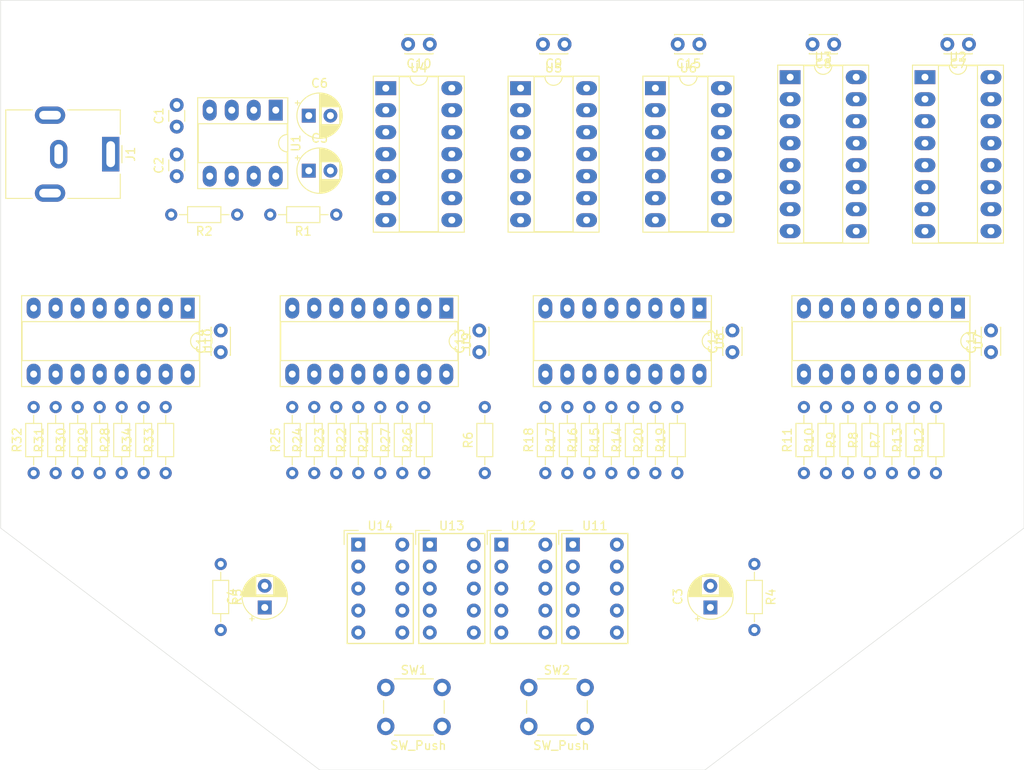
<source format=kicad_pcb>
(kicad_pcb (version 20171130) (host pcbnew 5.1.7-a382d34a8~87~ubuntu20.04.1)
  (layers (0 F.Cu signal hide) (31 B.Cu signal) (35 F.Paste user hide) (37 F.SilkS user hide) (38 B.Mask user hide) (39 F.Mask user hide) (44 Edge.Cuts user))
  (net 0 "")
  (net 1 Earth)
  (net 2 "Net-(C1-Pad1)")
  (net 3 "Net-(C2-Pad1)")
  (net 4 "Net-(C3-Pad1)")
  (net 5 "Net-(C4-Pad1)")
  (net 6 VCC)
  (net 7 "Net-(R1-Pad2)")
  (net 8 /driver-displays/DP)
  (net 9 "Net-(R7-Pad2)")
  (net 10 "Net-(R7-Pad1)")
  (net 11 "Net-(R8-Pad2)")
  (net 12 "Net-(R8-Pad1)")
  (net 13 "Net-(R9-Pad2)")
  (net 14 "Net-(R9-Pad1)")
  (net 15 "Net-(R10-Pad2)")
  (net 16 "Net-(R10-Pad1)")
  (net 17 "Net-(R11-Pad2)")
  (net 18 "Net-(R11-Pad1)")
  (net 19 "Net-(R12-Pad2)")
  (net 20 "Net-(R12-Pad1)")
  (net 21 "Net-(R13-Pad2)")
  (net 22 "Net-(R13-Pad1)")
  (net 23 "Net-(R14-Pad2)")
  (net 24 "Net-(R14-Pad1)")
  (net 25 "Net-(R15-Pad2)")
  (net 26 "Net-(R15-Pad1)")
  (net 27 "Net-(R16-Pad2)")
  (net 28 "Net-(R16-Pad1)")
  (net 29 "Net-(R17-Pad2)")
  (net 30 "Net-(R17-Pad1)")
  (net 31 "Net-(R18-Pad2)")
  (net 32 "Net-(R18-Pad1)")
  (net 33 "Net-(R19-Pad2)")
  (net 34 "Net-(R19-Pad1)")
  (net 35 "Net-(R20-Pad2)")
  (net 36 "Net-(R20-Pad1)")
  (net 37 "Net-(R21-Pad2)")
  (net 38 "Net-(R21-Pad1)")
  (net 39 "Net-(R22-Pad2)")
  (net 40 "Net-(R22-Pad1)")
  (net 41 "Net-(R23-Pad2)")
  (net 42 "Net-(R23-Pad1)")
  (net 43 "Net-(R24-Pad2)")
  (net 44 "Net-(R24-Pad1)")
  (net 45 "Net-(R25-Pad2)")
  (net 46 "Net-(R25-Pad1)")
  (net 47 "Net-(R26-Pad2)")
  (net 48 "Net-(R26-Pad1)")
  (net 49 "Net-(R27-Pad2)")
  (net 50 "Net-(R27-Pad1)")
  (net 51 "Net-(R28-Pad2)")
  (net 52 "Net-(R28-Pad1)")
  (net 53 "Net-(R29-Pad2)")
  (net 54 "Net-(R29-Pad1)")
  (net 55 "Net-(R30-Pad2)")
  (net 56 "Net-(R30-Pad1)")
  (net 57 "Net-(R31-Pad2)")
  (net 58 "Net-(R31-Pad1)")
  (net 59 "Net-(R32-Pad2)")
  (net 60 "Net-(R32-Pad1)")
  (net 61 "Net-(R33-Pad2)")
  (net 62 "Net-(R33-Pad1)")
  (net 63 "Net-(R34-Pad2)")
  (net 64 "Net-(R34-Pad1)")
  (net 65 ck)
  (net 66 MR)
  (net 67 /M3)
  (net 68 /DS3)
  (net 69 /M2)
  (net 70 /DS2)
  (net 71 /M1)
  (net 72 /DS1)
  (net 73 /M0)
  (net 74 /DS0)
  (net 75 /Sd2)
  (net 76 /hab_cont)
  (net 77 /clr_seg)
  (net 78 /Su3)
  (net 79 /Su2)
  (net 80 /Sd1)
  (net 81 /Su1)
  (net 82 /Sd0)
  (net 83 /Su0)
  (net 84 "Net-(U4-Pad13)")
  (net 85 ~MR)
  (net 86 "Net-(U5-Pad3)")
  (module Package_DIP:DIP-16_W7.62mm_Socket_LongPads (layer F.Cu) (at 218.122497 31.75)
    (fp_text reference U3 (at 3.81 -2.33) (layer F.SilkS))
    (fp_text value 74HC4518)
    (pad 16 thru_hole oval (at 7.62 0) (size 2.4 1.6) (drill 0.8) (layers *.Cu *.Mask) (net 6 VCC))
    (pad 8 thru_hole oval (at 0 17.78) (size 2.4 1.6) (drill 0.8) (layers *.Cu *.Mask) (net 1 Earth))
    (pad 15 thru_hole oval (at 7.62 2.54) (size 2.4 1.6) (drill 0.8) (layers *.Cu *.Mask) (net 66 MR))
    (pad 7 thru_hole oval (at 0 15.24) (size 2.4 1.6) (drill 0.8) (layers *.Cu *.Mask) (net 77 /clr_seg))
    (pad 14 thru_hole oval (at 7.62 5.08) (size 2.4 1.6) (drill 0.8) (layers *.Cu *.Mask) (net 67 /M3))
    (pad 6 thru_hole oval (at 0 12.7) (size 2.4 1.6) (drill 0.8) (layers *.Cu *.Mask))
    (pad 13 thru_hole oval (at 7.62 7.62) (size 2.4 1.6) (drill 0.8) (layers *.Cu *.Mask) (net 69 /M2))
    (pad 5 thru_hole oval (at 0 10.16) (size 2.4 1.6) (drill 0.8) (layers *.Cu *.Mask) (net 75 /Sd2))
    (pad 12 thru_hole oval (at 7.62 10.16) (size 2.4 1.6) (drill 0.8) (layers *.Cu *.Mask) (net 71 /M1))
    (pad 4 thru_hole oval (at 0 7.62) (size 2.4 1.6) (drill 0.8) (layers *.Cu *.Mask) (net 80 /Sd1))
    (pad 11 thru_hole oval (at 7.62 12.7) (size 2.4 1.6) (drill 0.8) (layers *.Cu *.Mask) (net 73 /M0))
    (pad 3 thru_hole oval (at 0 5.08) (size 2.4 1.6) (drill 0.8) (layers *.Cu *.Mask) (net 82 /Sd0))
    (pad 10 thru_hole oval (at 7.62 15.24) (size 2.4 1.6) (drill 0.8) (layers *.Cu *.Mask) (net 75 /Sd2))
    (pad 2 thru_hole oval (at 0 2.54) (size 2.4 1.6) (drill 0.8) (layers *.Cu *.Mask) (net 78 /Su3))
    (pad 9 thru_hole oval (at 7.62 17.78) (size 2.4 1.6) (drill 0.8) (layers *.Cu *.Mask) (net 1 Earth))
    (pad 1 thru_hole rect (at 0 0) (size 2.4 1.6) (drill 0.8) (layers *.Cu *.Mask) (net 1 Earth))
  )
  (module Display_7Segment:HDSP-7801 (layer F.Cu) (at 168.275 85.725)
    (fp_text reference U14 (at 2.54 -2.159) (layer F.SilkS))
    (fp_text value HDSP-7803)
    (pad 10 thru_hole circle (at 5.08 0) (size 1.6 1.6) (drill 0.8) (layers *.Cu *.Mask) (net 52 "Net-(R28-Pad1)"))
    (pad 9 thru_hole circle (at 5.08 2.54) (size 1.6 1.6) (drill 0.8) (layers *.Cu *.Mask) (net 54 "Net-(R29-Pad1)"))
    (pad 8 thru_hole circle (at 5.08 5.08) (size 1.6 1.6) (drill 0.8) (layers *.Cu *.Mask) (net 56 "Net-(R30-Pad1)"))
    (pad 7 thru_hole circle (at 5.08 7.62) (size 1.6 1.6) (drill 0.8) (layers *.Cu *.Mask) (net 8 /driver-displays/DP))
    (pad 6 thru_hole circle (at 5.08 10.16) (size 1.6 1.6) (drill 0.8) (layers *.Cu *.Mask) (net 1 Earth))
    (pad 5 thru_hole circle (at 0 10.16) (size 1.6 1.6) (drill 0.8) (layers *.Cu *.Mask) (net 58 "Net-(R31-Pad1)"))
    (pad 4 thru_hole circle (at 0 7.62) (size 1.6 1.6) (drill 0.8) (layers *.Cu *.Mask) (net 60 "Net-(R32-Pad1)"))
    (pad 3 thru_hole circle (at 0 5.08) (size 1.6 1.6) (drill 0.8) (layers *.Cu *.Mask) (net 64 "Net-(R34-Pad1)"))
    (pad 2 thru_hole circle (at 0 2.54) (size 1.6 1.6) (drill 0.8) (layers *.Cu *.Mask) (net 62 "Net-(R33-Pad1)"))
    (pad 1 thru_hole rect (at 0 0) (size 1.6 1.6) (drill 0.8) (layers *.Cu *.Mask) (net 1 Earth))
  )
  (module Display_7Segment:HDSP-7801 (layer F.Cu) (at 176.53 85.725)
    (fp_text reference U13 (at 2.54 -2.159) (layer F.SilkS))
    (fp_text value HDSP-7803)
    (pad 10 thru_hole circle (at 5.08 0) (size 1.6 1.6) (drill 0.8) (layers *.Cu *.Mask) (net 38 "Net-(R21-Pad1)"))
    (pad 9 thru_hole circle (at 5.08 2.54) (size 1.6 1.6) (drill 0.8) (layers *.Cu *.Mask) (net 40 "Net-(R22-Pad1)"))
    (pad 8 thru_hole circle (at 5.08 5.08) (size 1.6 1.6) (drill 0.8) (layers *.Cu *.Mask) (net 42 "Net-(R23-Pad1)"))
    (pad 7 thru_hole circle (at 5.08 7.62) (size 1.6 1.6) (drill 0.8) (layers *.Cu *.Mask) (net 1 Earth))
    (pad 6 thru_hole circle (at 5.08 10.16) (size 1.6 1.6) (drill 0.8) (layers *.Cu *.Mask) (net 1 Earth))
    (pad 5 thru_hole circle (at 0 10.16) (size 1.6 1.6) (drill 0.8) (layers *.Cu *.Mask) (net 44 "Net-(R24-Pad1)"))
    (pad 4 thru_hole circle (at 0 7.62) (size 1.6 1.6) (drill 0.8) (layers *.Cu *.Mask) (net 46 "Net-(R25-Pad1)"))
    (pad 3 thru_hole circle (at 0 5.08) (size 1.6 1.6) (drill 0.8) (layers *.Cu *.Mask) (net 50 "Net-(R27-Pad1)"))
    (pad 2 thru_hole circle (at 0 2.54) (size 1.6 1.6) (drill 0.8) (layers *.Cu *.Mask) (net 48 "Net-(R26-Pad1)"))
    (pad 1 thru_hole rect (at 0 0) (size 1.6 1.6) (drill 0.8) (layers *.Cu *.Mask) (net 1 Earth))
  )
  (module Display_7Segment:HDSP-7801 (layer F.Cu) (at 184.785 85.725)
    (fp_text reference U12 (at 2.54 -2.159) (layer F.SilkS))
    (fp_text value HDSP-7803)
    (pad 10 thru_hole circle (at 5.08 0) (size 1.6 1.6) (drill 0.8) (layers *.Cu *.Mask) (net 24 "Net-(R14-Pad1)"))
    (pad 9 thru_hole circle (at 5.08 2.54) (size 1.6 1.6) (drill 0.8) (layers *.Cu *.Mask) (net 26 "Net-(R15-Pad1)"))
    (pad 8 thru_hole circle (at 5.08 5.08) (size 1.6 1.6) (drill 0.8) (layers *.Cu *.Mask) (net 28 "Net-(R16-Pad1)"))
    (pad 7 thru_hole circle (at 5.08 7.62) (size 1.6 1.6) (drill 0.8) (layers *.Cu *.Mask) (net 8 /driver-displays/DP))
    (pad 6 thru_hole circle (at 5.08 10.16) (size 1.6 1.6) (drill 0.8) (layers *.Cu *.Mask) (net 1 Earth))
    (pad 5 thru_hole circle (at 0 10.16) (size 1.6 1.6) (drill 0.8) (layers *.Cu *.Mask) (net 30 "Net-(R17-Pad1)"))
    (pad 4 thru_hole circle (at 0 7.62) (size 1.6 1.6) (drill 0.8) (layers *.Cu *.Mask) (net 32 "Net-(R18-Pad1)"))
    (pad 3 thru_hole circle (at 0 5.08) (size 1.6 1.6) (drill 0.8) (layers *.Cu *.Mask) (net 36 "Net-(R20-Pad1)"))
    (pad 2 thru_hole circle (at 0 2.54) (size 1.6 1.6) (drill 0.8) (layers *.Cu *.Mask) (net 34 "Net-(R19-Pad1)"))
    (pad 1 thru_hole rect (at 0 0) (size 1.6 1.6) (drill 0.8) (layers *.Cu *.Mask) (net 1 Earth))
  )
  (module Display_7Segment:HDSP-7801 (layer F.Cu) (at 193.04 85.725)
    (fp_text reference U11 (at 2.54 -2.159) (layer F.SilkS))
    (fp_text value HDSP-7803)
    (pad 10 thru_hole circle (at 5.08 0) (size 1.6 1.6) (drill 0.8) (layers *.Cu *.Mask) (net 10 "Net-(R7-Pad1)"))
    (pad 9 thru_hole circle (at 5.08 2.54) (size 1.6 1.6) (drill 0.8) (layers *.Cu *.Mask) (net 12 "Net-(R8-Pad1)"))
    (pad 8 thru_hole circle (at 5.08 5.08) (size 1.6 1.6) (drill 0.8) (layers *.Cu *.Mask) (net 14 "Net-(R9-Pad1)"))
    (pad 7 thru_hole circle (at 5.08 7.62) (size 1.6 1.6) (drill 0.8) (layers *.Cu *.Mask) (net 1 Earth))
    (pad 6 thru_hole circle (at 5.08 10.16) (size 1.6 1.6) (drill 0.8) (layers *.Cu *.Mask) (net 1 Earth))
    (pad 5 thru_hole circle (at 0 10.16) (size 1.6 1.6) (drill 0.8) (layers *.Cu *.Mask) (net 16 "Net-(R10-Pad1)"))
    (pad 4 thru_hole circle (at 0 7.62) (size 1.6 1.6) (drill 0.8) (layers *.Cu *.Mask) (net 18 "Net-(R11-Pad1)"))
    (pad 3 thru_hole circle (at 0 5.08) (size 1.6 1.6) (drill 0.8) (layers *.Cu *.Mask) (net 22 "Net-(R13-Pad1)"))
    (pad 2 thru_hole circle (at 0 2.54) (size 1.6 1.6) (drill 0.8) (layers *.Cu *.Mask) (net 20 "Net-(R12-Pad1)"))
    (pad 1 thru_hole rect (at 0 0) (size 1.6 1.6) (drill 0.8) (layers *.Cu *.Mask) (net 1 Earth))
  )
  (module Package_DIP:DIP-16_W7.62mm_Socket_LongPads (layer F.Cu) (at 148.59 58.42 270)
    (fp_text reference U10 (at 3.81 -2.33 90) (layer F.SilkS))
    (fp_text value CD4511BNSR)
    (pad 16 thru_hole oval (at 7.62 0 270) (size 2.4 1.6) (drill 0.8) (layers *.Cu *.Mask) (net 6 VCC))
    (pad 8 thru_hole oval (at 0 17.78 270) (size 2.4 1.6) (drill 0.8) (layers *.Cu *.Mask) (net 1 Earth))
    (pad 15 thru_hole oval (at 7.62 2.54 270) (size 2.4 1.6) (drill 0.8) (layers *.Cu *.Mask) (net 61 "Net-(R33-Pad2)"))
    (pad 7 thru_hole oval (at 0 15.24 270) (size 2.4 1.6) (drill 0.8) (layers *.Cu *.Mask) (net 73 /M0))
    (pad 14 thru_hole oval (at 7.62 5.08 270) (size 2.4 1.6) (drill 0.8) (layers *.Cu *.Mask) (net 63 "Net-(R34-Pad2)"))
    (pad 6 thru_hole oval (at 0 12.7 270) (size 2.4 1.6) (drill 0.8) (layers *.Cu *.Mask) (net 67 /M3))
    (pad 13 thru_hole oval (at 7.62 7.62 270) (size 2.4 1.6) (drill 0.8) (layers *.Cu *.Mask) (net 51 "Net-(R28-Pad2)"))
    (pad 5 thru_hole oval (at 0 10.16 270) (size 2.4 1.6) (drill 0.8) (layers *.Cu *.Mask) (net 1 Earth))
    (pad 12 thru_hole oval (at 7.62 10.16 270) (size 2.4 1.6) (drill 0.8) (layers *.Cu *.Mask) (net 53 "Net-(R29-Pad2)"))
    (pad 4 thru_hole oval (at 0 7.62 270) (size 2.4 1.6) (drill 0.8) (layers *.Cu *.Mask) (net 6 VCC))
    (pad 11 thru_hole oval (at 7.62 12.7 270) (size 2.4 1.6) (drill 0.8) (layers *.Cu *.Mask) (net 55 "Net-(R30-Pad2)"))
    (pad 3 thru_hole oval (at 0 5.08 270) (size 2.4 1.6) (drill 0.8) (layers *.Cu *.Mask) (net 6 VCC))
    (pad 10 thru_hole oval (at 7.62 15.24 270) (size 2.4 1.6) (drill 0.8) (layers *.Cu *.Mask) (net 57 "Net-(R31-Pad2)"))
    (pad 2 thru_hole oval (at 0 2.54 270) (size 2.4 1.6) (drill 0.8) (layers *.Cu *.Mask) (net 69 /M2))
    (pad 9 thru_hole oval (at 7.62 17.78 270) (size 2.4 1.6) (drill 0.8) (layers *.Cu *.Mask) (net 59 "Net-(R32-Pad2)"))
    (pad 1 thru_hole rect (at 0 0 270) (size 2.4 1.6) (drill 0.8) (layers *.Cu *.Mask) (net 71 /M1))
  )
  (module Package_DIP:DIP-16_W7.62mm_Socket_LongPads (layer F.Cu) (at 178.435 58.42 270)
    (fp_text reference U9 (at 3.81 -2.33 90) (layer F.SilkS))
    (fp_text value CD4511BNSR)
    (pad 16 thru_hole oval (at 7.62 0 270) (size 2.4 1.6) (drill 0.8) (layers *.Cu *.Mask) (net 6 VCC))
    (pad 8 thru_hole oval (at 0 17.78 270) (size 2.4 1.6) (drill 0.8) (layers *.Cu *.Mask) (net 1 Earth))
    (pad 15 thru_hole oval (at 7.62 2.54 270) (size 2.4 1.6) (drill 0.8) (layers *.Cu *.Mask) (net 47 "Net-(R26-Pad2)"))
    (pad 7 thru_hole oval (at 0 15.24 270) (size 2.4 1.6) (drill 0.8) (layers *.Cu *.Mask) (net 82 /Sd0))
    (pad 14 thru_hole oval (at 7.62 5.08 270) (size 2.4 1.6) (drill 0.8) (layers *.Cu *.Mask) (net 49 "Net-(R27-Pad2)"))
    (pad 6 thru_hole oval (at 0 12.7 270) (size 2.4 1.6) (drill 0.8) (layers *.Cu *.Mask) (net 1 Earth))
    (pad 13 thru_hole oval (at 7.62 7.62 270) (size 2.4 1.6) (drill 0.8) (layers *.Cu *.Mask) (net 37 "Net-(R21-Pad2)"))
    (pad 5 thru_hole oval (at 0 10.16 270) (size 2.4 1.6) (drill 0.8) (layers *.Cu *.Mask) (net 1 Earth))
    (pad 12 thru_hole oval (at 7.62 10.16 270) (size 2.4 1.6) (drill 0.8) (layers *.Cu *.Mask) (net 39 "Net-(R22-Pad2)"))
    (pad 4 thru_hole oval (at 0 7.62 270) (size 2.4 1.6) (drill 0.8) (layers *.Cu *.Mask) (net 6 VCC))
    (pad 11 thru_hole oval (at 7.62 12.7 270) (size 2.4 1.6) (drill 0.8) (layers *.Cu *.Mask) (net 41 "Net-(R23-Pad2)"))
    (pad 3 thru_hole oval (at 0 5.08 270) (size 2.4 1.6) (drill 0.8) (layers *.Cu *.Mask) (net 6 VCC))
    (pad 10 thru_hole oval (at 7.62 15.24 270) (size 2.4 1.6) (drill 0.8) (layers *.Cu *.Mask) (net 43 "Net-(R24-Pad2)"))
    (pad 2 thru_hole oval (at 0 2.54 270) (size 2.4 1.6) (drill 0.8) (layers *.Cu *.Mask) (net 75 /Sd2))
    (pad 9 thru_hole oval (at 7.62 17.78 270) (size 2.4 1.6) (drill 0.8) (layers *.Cu *.Mask) (net 45 "Net-(R25-Pad2)"))
    (pad 1 thru_hole rect (at 0 0 270) (size 2.4 1.6) (drill 0.8) (layers *.Cu *.Mask) (net 80 /Sd1))
  )
  (module Package_DIP:DIP-16_W7.62mm_Socket_LongPads (layer F.Cu) (at 207.645 58.42 270)
    (fp_text reference U8 (at 3.81 -2.33 90) (layer F.SilkS))
    (fp_text value CD4511BNSR)
    (pad 16 thru_hole oval (at 7.62 0 270) (size 2.4 1.6) (drill 0.8) (layers *.Cu *.Mask) (net 6 VCC))
    (pad 8 thru_hole oval (at 0 17.78 270) (size 2.4 1.6) (drill 0.8) (layers *.Cu *.Mask) (net 1 Earth))
    (pad 15 thru_hole oval (at 7.62 2.54 270) (size 2.4 1.6) (drill 0.8) (layers *.Cu *.Mask) (net 33 "Net-(R19-Pad2)"))
    (pad 7 thru_hole oval (at 0 15.24 270) (size 2.4 1.6) (drill 0.8) (layers *.Cu *.Mask) (net 83 /Su0))
    (pad 14 thru_hole oval (at 7.62 5.08 270) (size 2.4 1.6) (drill 0.8) (layers *.Cu *.Mask) (net 35 "Net-(R20-Pad2)"))
    (pad 6 thru_hole oval (at 0 12.7 270) (size 2.4 1.6) (drill 0.8) (layers *.Cu *.Mask) (net 78 /Su3))
    (pad 13 thru_hole oval (at 7.62 7.62 270) (size 2.4 1.6) (drill 0.8) (layers *.Cu *.Mask) (net 23 "Net-(R14-Pad2)"))
    (pad 5 thru_hole oval (at 0 10.16 270) (size 2.4 1.6) (drill 0.8) (layers *.Cu *.Mask) (net 1 Earth))
    (pad 12 thru_hole oval (at 7.62 10.16 270) (size 2.4 1.6) (drill 0.8) (layers *.Cu *.Mask) (net 25 "Net-(R15-Pad2)"))
    (pad 4 thru_hole oval (at 0 7.62 270) (size 2.4 1.6) (drill 0.8) (layers *.Cu *.Mask) (net 6 VCC))
    (pad 11 thru_hole oval (at 7.62 12.7 270) (size 2.4 1.6) (drill 0.8) (layers *.Cu *.Mask) (net 27 "Net-(R16-Pad2)"))
    (pad 3 thru_hole oval (at 0 5.08 270) (size 2.4 1.6) (drill 0.8) (layers *.Cu *.Mask) (net 6 VCC))
    (pad 10 thru_hole oval (at 7.62 15.24 270) (size 2.4 1.6) (drill 0.8) (layers *.Cu *.Mask) (net 29 "Net-(R17-Pad2)"))
    (pad 2 thru_hole oval (at 0 2.54 270) (size 2.4 1.6) (drill 0.8) (layers *.Cu *.Mask) (net 79 /Su2))
    (pad 9 thru_hole oval (at 7.62 17.78 270) (size 2.4 1.6) (drill 0.8) (layers *.Cu *.Mask) (net 31 "Net-(R18-Pad2)"))
    (pad 1 thru_hole rect (at 0 0 270) (size 2.4 1.6) (drill 0.8) (layers *.Cu *.Mask) (net 81 /Su1))
  )
  (module Package_DIP:DIP-16_W7.62mm_Socket_LongPads (layer F.Cu) (at 237.49 58.42 270)
    (fp_text reference U7 (at 3.81 -2.33 90) (layer F.SilkS))
    (fp_text value CD4511BNSR)
    (pad 16 thru_hole oval (at 7.62 0 270) (size 2.4 1.6) (drill 0.8) (layers *.Cu *.Mask) (net 6 VCC))
    (pad 8 thru_hole oval (at 0 17.78 270) (size 2.4 1.6) (drill 0.8) (layers *.Cu *.Mask) (net 1 Earth))
    (pad 15 thru_hole oval (at 7.62 2.54 270) (size 2.4 1.6) (drill 0.8) (layers *.Cu *.Mask) (net 19 "Net-(R12-Pad2)"))
    (pad 7 thru_hole oval (at 0 15.24 270) (size 2.4 1.6) (drill 0.8) (layers *.Cu *.Mask) (net 74 /DS0))
    (pad 14 thru_hole oval (at 7.62 5.08 270) (size 2.4 1.6) (drill 0.8) (layers *.Cu *.Mask) (net 21 "Net-(R13-Pad2)"))
    (pad 6 thru_hole oval (at 0 12.7 270) (size 2.4 1.6) (drill 0.8) (layers *.Cu *.Mask) (net 68 /DS3))
    (pad 13 thru_hole oval (at 7.62 7.62 270) (size 2.4 1.6) (drill 0.8) (layers *.Cu *.Mask) (net 9 "Net-(R7-Pad2)"))
    (pad 5 thru_hole oval (at 0 10.16 270) (size 2.4 1.6) (drill 0.8) (layers *.Cu *.Mask) (net 1 Earth))
    (pad 12 thru_hole oval (at 7.62 10.16 270) (size 2.4 1.6) (drill 0.8) (layers *.Cu *.Mask) (net 11 "Net-(R8-Pad2)"))
    (pad 4 thru_hole oval (at 0 7.62 270) (size 2.4 1.6) (drill 0.8) (layers *.Cu *.Mask) (net 6 VCC))
    (pad 11 thru_hole oval (at 7.62 12.7 270) (size 2.4 1.6) (drill 0.8) (layers *.Cu *.Mask) (net 13 "Net-(R9-Pad2)"))
    (pad 3 thru_hole oval (at 0 5.08 270) (size 2.4 1.6) (drill 0.8) (layers *.Cu *.Mask) (net 6 VCC))
    (pad 10 thru_hole oval (at 7.62 15.24 270) (size 2.4 1.6) (drill 0.8) (layers *.Cu *.Mask) (net 15 "Net-(R10-Pad2)"))
    (pad 2 thru_hole oval (at 0 2.54 270) (size 2.4 1.6) (drill 0.8) (layers *.Cu *.Mask) (net 70 /DS2))
    (pad 9 thru_hole oval (at 7.62 17.78 270) (size 2.4 1.6) (drill 0.8) (layers *.Cu *.Mask) (net 17 "Net-(R11-Pad2)"))
    (pad 1 thru_hole rect (at 0 0 270) (size 2.4 1.6) (drill 0.8) (layers *.Cu *.Mask) (net 72 /DS1))
  )
  (module Package_DIP:DIP-14_W7.62mm_Socket_LongPads (layer F.Cu) (at 202.564998 33.02)
    (fp_text reference U6 (at 3.81 -2.33) (layer F.SilkS))
    (fp_text value 74HC73)
    (pad 14 thru_hole oval (at 7.62 0) (size 2.4 1.6) (drill 0.8) (layers *.Cu *.Mask))
    (pad 7 thru_hole oval (at 0 15.24) (size 2.4 1.6) (drill 0.8) (layers *.Cu *.Mask) (net 6 VCC))
    (pad 13 thru_hole oval (at 7.62 2.54) (size 2.4 1.6) (drill 0.8) (layers *.Cu *.Mask))
    (pad 6 thru_hole oval (at 0 12.7) (size 2.4 1.6) (drill 0.8) (layers *.Cu *.Mask) (net 85 ~MR))
    (pad 12 thru_hole oval (at 7.62 5.08) (size 2.4 1.6) (drill 0.8) (layers *.Cu *.Mask))
    (pad 5 thru_hole oval (at 0 10.16) (size 2.4 1.6) (drill 0.8) (layers *.Cu *.Mask) (net 86 "Net-(U5-Pad3)"))
    (pad 11 thru_hole oval (at 7.62 7.62) (size 2.4 1.6) (drill 0.8) (layers *.Cu *.Mask) (net 1 Earth))
    (pad 4 thru_hole oval (at 0 7.62) (size 2.4 1.6) (drill 0.8) (layers *.Cu *.Mask) (net 6 VCC))
    (pad 10 thru_hole oval (at 7.62 10.16) (size 2.4 1.6) (drill 0.8) (layers *.Cu *.Mask) (net 6 VCC))
    (pad 3 thru_hole oval (at 0 5.08) (size 2.4 1.6) (drill 0.8) (layers *.Cu *.Mask))
    (pad 9 thru_hole oval (at 7.62 12.7) (size 2.4 1.6) (drill 0.8) (layers *.Cu *.Mask))
    (pad 2 thru_hole oval (at 0 2.54) (size 2.4 1.6) (drill 0.8) (layers *.Cu *.Mask))
    (pad 8 thru_hole oval (at 7.62 15.24) (size 2.4 1.6) (drill 0.8) (layers *.Cu *.Mask) (net 76 /hab_cont))
    (pad 1 thru_hole rect (at 0 0) (size 2.4 1.6) (drill 0.8) (layers *.Cu *.Mask))
  )
  (module Package_DIP:DIP-14_W7.62mm_Socket_LongPads (layer F.Cu) (at 187.007499 33.02)
    (fp_text reference U5 (at 3.81 -2.33) (layer F.SilkS))
    (fp_text value CD4093)
    (pad 14 thru_hole oval (at 7.62 0) (size 2.4 1.6) (drill 0.8) (layers *.Cu *.Mask) (net 6 VCC))
    (pad 7 thru_hole oval (at 0 15.24) (size 2.4 1.6) (drill 0.8) (layers *.Cu *.Mask) (net 1 Earth))
    (pad 13 thru_hole oval (at 7.62 2.54) (size 2.4 1.6) (drill 0.8) (layers *.Cu *.Mask))
    (pad 6 thru_hole oval (at 0 12.7) (size 2.4 1.6) (drill 0.8) (layers *.Cu *.Mask))
    (pad 12 thru_hole oval (at 7.62 5.08) (size 2.4 1.6) (drill 0.8) (layers *.Cu *.Mask))
    (pad 5 thru_hole oval (at 0 10.16) (size 2.4 1.6) (drill 0.8) (layers *.Cu *.Mask))
    (pad 11 thru_hole oval (at 7.62 7.62) (size 2.4 1.6) (drill 0.8) (layers *.Cu *.Mask))
    (pad 4 thru_hole oval (at 0 7.62) (size 2.4 1.6) (drill 0.8) (layers *.Cu *.Mask))
    (pad 10 thru_hole oval (at 7.62 10.16) (size 2.4 1.6) (drill 0.8) (layers *.Cu *.Mask))
    (pad 3 thru_hole oval (at 0 5.08) (size 2.4 1.6) (drill 0.8) (layers *.Cu *.Mask) (net 86 "Net-(U5-Pad3)"))
    (pad 9 thru_hole oval (at 7.62 12.7) (size 2.4 1.6) (drill 0.8) (layers *.Cu *.Mask))
    (pad 2 thru_hole oval (at 0 2.54) (size 2.4 1.6) (drill 0.8) (layers *.Cu *.Mask) (net 4 "Net-(C3-Pad1)"))
    (pad 8 thru_hole oval (at 7.62 15.24) (size 2.4 1.6) (drill 0.8) (layers *.Cu *.Mask))
    (pad 1 thru_hole rect (at 0 0) (size 2.4 1.6) (drill 0.8) (layers *.Cu *.Mask) (net 4 "Net-(C3-Pad1)"))
  )
  (module Package_DIP:DIP-14_W7.62mm_Socket_LongPads (layer F.Cu) (at 171.45 33.02)
    (fp_text reference U4 (at 3.81 -2.33) (layer F.SilkS))
    (fp_text value CD4093)
    (pad 14 thru_hole oval (at 7.62 0) (size 2.4 1.6) (drill 0.8) (layers *.Cu *.Mask) (net 6 VCC))
    (pad 7 thru_hole oval (at 0 15.24) (size 2.4 1.6) (drill 0.8) (layers *.Cu *.Mask) (net 1 Earth))
    (pad 13 thru_hole oval (at 7.62 2.54) (size 2.4 1.6) (drill 0.8) (layers *.Cu *.Mask) (net 84 "Net-(U4-Pad13)"))
    (pad 6 thru_hole oval (at 0 12.7) (size 2.4 1.6) (drill 0.8) (layers *.Cu *.Mask) (net 5 "Net-(C4-Pad1)"))
    (pad 12 thru_hole oval (at 7.62 5.08) (size 2.4 1.6) (drill 0.8) (layers *.Cu *.Mask) (net 85 ~MR))
    (pad 5 thru_hole oval (at 0 10.16) (size 2.4 1.6) (drill 0.8) (layers *.Cu *.Mask) (net 5 "Net-(C4-Pad1)"))
    (pad 11 thru_hole oval (at 7.62 7.62) (size 2.4 1.6) (drill 0.8) (layers *.Cu *.Mask) (net 77 /clr_seg))
    (pad 4 thru_hole oval (at 0 7.62) (size 2.4 1.6) (drill 0.8) (layers *.Cu *.Mask) (net 66 MR))
    (pad 10 thru_hole oval (at 7.62 10.16) (size 2.4 1.6) (drill 0.8) (layers *.Cu *.Mask) (net 85 ~MR))
    (pad 3 thru_hole oval (at 0 5.08) (size 2.4 1.6) (drill 0.8) (layers *.Cu *.Mask) (net 84 "Net-(U4-Pad13)"))
    (pad 9 thru_hole oval (at 7.62 12.7) (size 2.4 1.6) (drill 0.8) (layers *.Cu *.Mask) (net 66 MR))
    (pad 2 thru_hole oval (at 0 2.54) (size 2.4 1.6) (drill 0.8) (layers *.Cu *.Mask) (net 75 /Sd2))
    (pad 8 thru_hole oval (at 7.62 15.24) (size 2.4 1.6) (drill 0.8) (layers *.Cu *.Mask) (net 66 MR))
    (pad 1 thru_hole rect (at 0 0) (size 2.4 1.6) (drill 0.8) (layers *.Cu *.Mask) (net 80 /Sd1))
  )
  (module Package_DIP:DIP-16_W7.62mm_Socket_LongPads (layer F.Cu) (at 233.679996 31.75)
    (fp_text reference U2 (at 3.81 -2.33) (layer F.SilkS))
    (fp_text value 74HC4518)
    (pad 16 thru_hole oval (at 7.62 0) (size 2.4 1.6) (drill 0.8) (layers *.Cu *.Mask) (net 6 VCC))
    (pad 8 thru_hole oval (at 0 17.78) (size 2.4 1.6) (drill 0.8) (layers *.Cu *.Mask) (net 1 Earth))
    (pad 15 thru_hole oval (at 7.62 2.54) (size 2.4 1.6) (drill 0.8) (layers *.Cu *.Mask) (net 77 /clr_seg))
    (pad 7 thru_hole oval (at 0 15.24) (size 2.4 1.6) (drill 0.8) (layers *.Cu *.Mask) (net 66 MR))
    (pad 14 thru_hole oval (at 7.62 5.08) (size 2.4 1.6) (drill 0.8) (layers *.Cu *.Mask) (net 78 /Su3))
    (pad 6 thru_hole oval (at 0 12.7) (size 2.4 1.6) (drill 0.8) (layers *.Cu *.Mask) (net 68 /DS3))
    (pad 13 thru_hole oval (at 7.62 7.62) (size 2.4 1.6) (drill 0.8) (layers *.Cu *.Mask) (net 79 /Su2))
    (pad 5 thru_hole oval (at 0 10.16) (size 2.4 1.6) (drill 0.8) (layers *.Cu *.Mask) (net 70 /DS2))
    (pad 12 thru_hole oval (at 7.62 10.16) (size 2.4 1.6) (drill 0.8) (layers *.Cu *.Mask) (net 81 /Su1))
    (pad 4 thru_hole oval (at 0 7.62) (size 2.4 1.6) (drill 0.8) (layers *.Cu *.Mask) (net 72 /DS1))
    (pad 11 thru_hole oval (at 7.62 12.7) (size 2.4 1.6) (drill 0.8) (layers *.Cu *.Mask) (net 83 /Su0))
    (pad 3 thru_hole oval (at 0 5.08) (size 2.4 1.6) (drill 0.8) (layers *.Cu *.Mask) (net 74 /DS0))
    (pad 10 thru_hole oval (at 7.62 15.24) (size 2.4 1.6) (drill 0.8) (layers *.Cu *.Mask) (net 68 /DS3))
    (pad 2 thru_hole oval (at 0 2.54) (size 2.4 1.6) (drill 0.8) (layers *.Cu *.Mask) (net 65 ck))
    (pad 9 thru_hole oval (at 7.62 17.78) (size 2.4 1.6) (drill 0.8) (layers *.Cu *.Mask) (net 1 Earth))
    (pad 1 thru_hole rect (at 0 0) (size 2.4 1.6) (drill 0.8) (layers *.Cu *.Mask) (net 76 /hab_cont))
  )
  (module Package_DIP:DIP-8_W7.62mm_Socket_LongPads (layer F.Cu) (at 158.75 35.56 270)
    (fp_text reference U1 (at 3.81 -2.33 90) (layer F.SilkS))
    (fp_text value LM555)
    (pad 8 thru_hole oval (at 7.62 0 270) (size 2.4 1.6) (drill 0.8) (layers *.Cu *.Mask) (net 6 VCC))
    (pad 4 thru_hole oval (at 0 7.62 270) (size 2.4 1.6) (drill 0.8) (layers *.Cu *.Mask) (net 6 VCC))
    (pad 7 thru_hole oval (at 7.62 2.54 270) (size 2.4 1.6) (drill 0.8) (layers *.Cu *.Mask) (net 7 "Net-(R1-Pad2)"))
    (pad 3 thru_hole oval (at 0 5.08 270) (size 2.4 1.6) (drill 0.8) (layers *.Cu *.Mask) (net 65 ck))
    (pad 6 thru_hole oval (at 7.62 5.08 270) (size 2.4 1.6) (drill 0.8) (layers *.Cu *.Mask) (net 3 "Net-(C2-Pad1)"))
    (pad 2 thru_hole oval (at 0 2.54 270) (size 2.4 1.6) (drill 0.8) (layers *.Cu *.Mask) (net 3 "Net-(C2-Pad1)"))
    (pad 5 thru_hole oval (at 7.62 7.62 270) (size 2.4 1.6) (drill 0.8) (layers *.Cu *.Mask) (net 2 "Net-(C1-Pad1)"))
    (pad 1 thru_hole rect (at 0 0 270) (size 2.4 1.6) (drill 0.8) (layers *.Cu *.Mask) (net 1 Earth))
  )
  (module Button_Switch_THT:SW_PUSH_6mm_H4.3mm (layer F.Cu) (at 187.96 102.235)
    (fp_text reference SW2 (at 3.25 -2) (layer F.SilkS))
    (fp_text value SW_Push (at 3.75 6.7) (layer F.SilkS))
    (pad 1 thru_hole circle (at 6.5 0 90) (size 2 2) (drill 1.1) (layers *.Cu *.Mask) (net 1 Earth))
    (pad 2 thru_hole circle (at 6.5 4.5 90) (size 2 2) (drill 1.1) (layers *.Cu *.Mask) (net 4 "Net-(C3-Pad1)"))
    (pad 1 thru_hole circle (at 0 0 90) (size 2 2) (drill 1.1) (layers *.Cu *.Mask) (net 1 Earth))
    (pad 2 thru_hole circle (at 0 4.5 90) (size 2 2) (drill 1.1) (layers *.Cu *.Mask) (net 4 "Net-(C3-Pad1)"))
  )
  (module Button_Switch_THT:SW_PUSH_6mm_H4.3mm (layer F.Cu) (at 171.45 102.235)
    (fp_text reference SW1 (at 3.25 -2) (layer F.SilkS))
    (fp_text value SW_Push (at 3.75 6.7) (layer F.SilkS))
    (pad 1 thru_hole circle (at 6.5 0 90) (size 2 2) (drill 1.1) (layers *.Cu *.Mask) (net 1 Earth))
    (pad 2 thru_hole circle (at 6.5 4.5 90) (size 2 2) (drill 1.1) (layers *.Cu *.Mask) (net 5 "Net-(C4-Pad1)"))
    (pad 1 thru_hole circle (at 0 0 90) (size 2 2) (drill 1.1) (layers *.Cu *.Mask) (net 1 Earth))
    (pad 2 thru_hole circle (at 0 4.5 90) (size 2 2) (drill 1.1) (layers *.Cu *.Mask) (net 5 "Net-(C4-Pad1)"))
  )
  (module Resistor_THT:R_Axial_DIN0204_L3.6mm_D1.6mm_P7.62mm_Horizontal (layer F.Cu) (at 143.51 77.47 90)
    (fp_text reference R34 (at 3.81 -1.92 90) (layer F.SilkS))
    (fp_text value 270R)
    (pad 2 thru_hole oval (at 7.62 0 90) (size 1.4 1.4) (drill 0.7) (layers *.Cu *.Mask) (net 63 "Net-(R34-Pad2)"))
    (pad 1 thru_hole circle (at 0 0 90) (size 1.4 1.4) (drill 0.7) (layers *.Cu *.Mask) (net 64 "Net-(R34-Pad1)"))
  )
  (module Resistor_THT:R_Axial_DIN0204_L3.6mm_D1.6mm_P7.62mm_Horizontal (layer F.Cu) (at 146.05 77.47 90)
    (fp_text reference R33 (at 3.81 -1.92 90) (layer F.SilkS))
    (fp_text value 270R)
    (pad 2 thru_hole oval (at 7.62 0 90) (size 1.4 1.4) (drill 0.7) (layers *.Cu *.Mask) (net 61 "Net-(R33-Pad2)"))
    (pad 1 thru_hole circle (at 0 0 90) (size 1.4 1.4) (drill 0.7) (layers *.Cu *.Mask) (net 62 "Net-(R33-Pad1)"))
  )
  (module Resistor_THT:R_Axial_DIN0204_L3.6mm_D1.6mm_P7.62mm_Horizontal (layer F.Cu) (at 130.81 77.47 90)
    (fp_text reference R32 (at 3.81 -1.92 90) (layer F.SilkS))
    (fp_text value 270R)
    (pad 2 thru_hole oval (at 7.62 0 90) (size 1.4 1.4) (drill 0.7) (layers *.Cu *.Mask) (net 59 "Net-(R32-Pad2)"))
    (pad 1 thru_hole circle (at 0 0 90) (size 1.4 1.4) (drill 0.7) (layers *.Cu *.Mask) (net 60 "Net-(R32-Pad1)"))
  )
  (module Resistor_THT:R_Axial_DIN0204_L3.6mm_D1.6mm_P7.62mm_Horizontal (layer F.Cu) (at 133.35 77.47 90)
    (fp_text reference R31 (at 3.81 -1.92 90) (layer F.SilkS))
    (fp_text value 270R)
    (pad 2 thru_hole oval (at 7.62 0 90) (size 1.4 1.4) (drill 0.7) (layers *.Cu *.Mask) (net 57 "Net-(R31-Pad2)"))
    (pad 1 thru_hole circle (at 0 0 90) (size 1.4 1.4) (drill 0.7) (layers *.Cu *.Mask) (net 58 "Net-(R31-Pad1)"))
  )
  (module Resistor_THT:R_Axial_DIN0204_L3.6mm_D1.6mm_P7.62mm_Horizontal (layer F.Cu) (at 135.89 77.47 90)
    (fp_text reference R30 (at 3.81 -1.92 90) (layer F.SilkS))
    (fp_text value 270R)
    (pad 2 thru_hole oval (at 7.62 0 90) (size 1.4 1.4) (drill 0.7) (layers *.Cu *.Mask) (net 55 "Net-(R30-Pad2)"))
    (pad 1 thru_hole circle (at 0 0 90) (size 1.4 1.4) (drill 0.7) (layers *.Cu *.Mask) (net 56 "Net-(R30-Pad1)"))
  )
  (module Resistor_THT:R_Axial_DIN0204_L3.6mm_D1.6mm_P7.62mm_Horizontal (layer F.Cu) (at 138.43 77.47 90)
    (fp_text reference R29 (at 3.81 -1.92 90) (layer F.SilkS))
    (fp_text value 270R)
    (pad 2 thru_hole oval (at 7.62 0 90) (size 1.4 1.4) (drill 0.7) (layers *.Cu *.Mask) (net 53 "Net-(R29-Pad2)"))
    (pad 1 thru_hole circle (at 0 0 90) (size 1.4 1.4) (drill 0.7) (layers *.Cu *.Mask) (net 54 "Net-(R29-Pad1)"))
  )
  (module Resistor_THT:R_Axial_DIN0204_L3.6mm_D1.6mm_P7.62mm_Horizontal (layer F.Cu) (at 140.97 77.47 90)
    (fp_text reference R28 (at 3.81 -1.92 90) (layer F.SilkS))
    (fp_text value 270R)
    (pad 2 thru_hole oval (at 7.62 0 90) (size 1.4 1.4) (drill 0.7) (layers *.Cu *.Mask) (net 51 "Net-(R28-Pad2)"))
    (pad 1 thru_hole circle (at 0 0 90) (size 1.4 1.4) (drill 0.7) (layers *.Cu *.Mask) (net 52 "Net-(R28-Pad1)"))
  )
  (module Resistor_THT:R_Axial_DIN0204_L3.6mm_D1.6mm_P7.62mm_Horizontal (layer F.Cu) (at 173.355 77.47 90)
    (fp_text reference R27 (at 3.81 -1.92 90) (layer F.SilkS))
    (fp_text value 270R)
    (pad 2 thru_hole oval (at 7.62 0 90) (size 1.4 1.4) (drill 0.7) (layers *.Cu *.Mask) (net 49 "Net-(R27-Pad2)"))
    (pad 1 thru_hole circle (at 0 0 90) (size 1.4 1.4) (drill 0.7) (layers *.Cu *.Mask) (net 50 "Net-(R27-Pad1)"))
  )
  (module Resistor_THT:R_Axial_DIN0204_L3.6mm_D1.6mm_P7.62mm_Horizontal (layer F.Cu) (at 175.895 77.47 90)
    (fp_text reference R26 (at 3.81 -1.92 90) (layer F.SilkS))
    (fp_text value 270R)
    (pad 2 thru_hole oval (at 7.62 0 90) (size 1.4 1.4) (drill 0.7) (layers *.Cu *.Mask) (net 47 "Net-(R26-Pad2)"))
    (pad 1 thru_hole circle (at 0 0 90) (size 1.4 1.4) (drill 0.7) (layers *.Cu *.Mask) (net 48 "Net-(R26-Pad1)"))
  )
  (module Resistor_THT:R_Axial_DIN0204_L3.6mm_D1.6mm_P7.62mm_Horizontal (layer F.Cu) (at 160.655 77.47 90)
    (fp_text reference R25 (at 3.81 -1.92 90) (layer F.SilkS))
    (fp_text value 270R)
    (pad 2 thru_hole oval (at 7.62 0 90) (size 1.4 1.4) (drill 0.7) (layers *.Cu *.Mask) (net 45 "Net-(R25-Pad2)"))
    (pad 1 thru_hole circle (at 0 0 90) (size 1.4 1.4) (drill 0.7) (layers *.Cu *.Mask) (net 46 "Net-(R25-Pad1)"))
  )
  (module Resistor_THT:R_Axial_DIN0204_L3.6mm_D1.6mm_P7.62mm_Horizontal (layer F.Cu) (at 163.195 77.47 90)
    (fp_text reference R24 (at 3.81 -1.92 90) (layer F.SilkS))
    (fp_text value 270R)
    (pad 2 thru_hole oval (at 7.62 0 90) (size 1.4 1.4) (drill 0.7) (layers *.Cu *.Mask) (net 43 "Net-(R24-Pad2)"))
    (pad 1 thru_hole circle (at 0 0 90) (size 1.4 1.4) (drill 0.7) (layers *.Cu *.Mask) (net 44 "Net-(R24-Pad1)"))
  )
  (module Resistor_THT:R_Axial_DIN0204_L3.6mm_D1.6mm_P7.62mm_Horizontal (layer F.Cu) (at 165.735 77.47 90)
    (fp_text reference R23 (at 3.81 -1.92 90) (layer F.SilkS))
    (fp_text value 270R)
    (pad 2 thru_hole oval (at 7.62 0 90) (size 1.4 1.4) (drill 0.7) (layers *.Cu *.Mask) (net 41 "Net-(R23-Pad2)"))
    (pad 1 thru_hole circle (at 0 0 90) (size 1.4 1.4) (drill 0.7) (layers *.Cu *.Mask) (net 42 "Net-(R23-Pad1)"))
  )
  (module Resistor_THT:R_Axial_DIN0204_L3.6mm_D1.6mm_P7.62mm_Horizontal (layer F.Cu) (at 168.275 77.47 90)
    (fp_text reference R22 (at 3.81 -1.92 90) (layer F.SilkS))
    (fp_text value 270R)
    (pad 2 thru_hole oval (at 7.62 0 90) (size 1.4 1.4) (drill 0.7) (layers *.Cu *.Mask) (net 39 "Net-(R22-Pad2)"))
    (pad 1 thru_hole circle (at 0 0 90) (size 1.4 1.4) (drill 0.7) (layers *.Cu *.Mask) (net 40 "Net-(R22-Pad1)"))
  )
  (module Resistor_THT:R_Axial_DIN0204_L3.6mm_D1.6mm_P7.62mm_Horizontal (layer F.Cu) (at 170.815 77.47 90)
    (fp_text reference R21 (at 3.81 -1.92 90) (layer F.SilkS))
    (fp_text value 270R)
    (pad 2 thru_hole oval (at 7.62 0 90) (size 1.4 1.4) (drill 0.7) (layers *.Cu *.Mask) (net 37 "Net-(R21-Pad2)"))
    (pad 1 thru_hole circle (at 0 0 90) (size 1.4 1.4) (drill 0.7) (layers *.Cu *.Mask) (net 38 "Net-(R21-Pad1)"))
  )
  (module Resistor_THT:R_Axial_DIN0204_L3.6mm_D1.6mm_P7.62mm_Horizontal (layer F.Cu) (at 202.565 77.47 90)
    (fp_text reference R20 (at 3.81 -1.92 90) (layer F.SilkS))
    (fp_text value 270R)
    (pad 2 thru_hole oval (at 7.62 0 90) (size 1.4 1.4) (drill 0.7) (layers *.Cu *.Mask) (net 35 "Net-(R20-Pad2)"))
    (pad 1 thru_hole circle (at 0 0 90) (size 1.4 1.4) (drill 0.7) (layers *.Cu *.Mask) (net 36 "Net-(R20-Pad1)"))
  )
  (module Resistor_THT:R_Axial_DIN0204_L3.6mm_D1.6mm_P7.62mm_Horizontal (layer F.Cu) (at 205.105 77.47 90)
    (fp_text reference R19 (at 3.81 -1.92 90) (layer F.SilkS))
    (fp_text value 270R)
    (pad 2 thru_hole oval (at 7.62 0 90) (size 1.4 1.4) (drill 0.7) (layers *.Cu *.Mask) (net 33 "Net-(R19-Pad2)"))
    (pad 1 thru_hole circle (at 0 0 90) (size 1.4 1.4) (drill 0.7) (layers *.Cu *.Mask) (net 34 "Net-(R19-Pad1)"))
  )
  (module Resistor_THT:R_Axial_DIN0204_L3.6mm_D1.6mm_P7.62mm_Horizontal (layer F.Cu) (at 189.865 77.47 90)
    (fp_text reference R18 (at 3.81 -1.92 90) (layer F.SilkS))
    (fp_text value 270R)
    (pad 2 thru_hole oval (at 7.62 0 90) (size 1.4 1.4) (drill 0.7) (layers *.Cu *.Mask) (net 31 "Net-(R18-Pad2)"))
    (pad 1 thru_hole circle (at 0 0 90) (size 1.4 1.4) (drill 0.7) (layers *.Cu *.Mask) (net 32 "Net-(R18-Pad1)"))
  )
  (module Resistor_THT:R_Axial_DIN0204_L3.6mm_D1.6mm_P7.62mm_Horizontal (layer F.Cu) (at 192.405 77.47 90)
    (fp_text reference R17 (at 3.81 -1.92 90) (layer F.SilkS))
    (fp_text value 270R)
    (pad 2 thru_hole oval (at 7.62 0 90) (size 1.4 1.4) (drill 0.7) (layers *.Cu *.Mask) (net 29 "Net-(R17-Pad2)"))
    (pad 1 thru_hole circle (at 0 0 90) (size 1.4 1.4) (drill 0.7) (layers *.Cu *.Mask) (net 30 "Net-(R17-Pad1)"))
  )
  (module Resistor_THT:R_Axial_DIN0204_L3.6mm_D1.6mm_P7.62mm_Horizontal (layer F.Cu) (at 194.945 77.47 90)
    (fp_text reference R16 (at 3.81 -1.92 90) (layer F.SilkS))
    (fp_text value 270R)
    (pad 2 thru_hole oval (at 7.62 0 90) (size 1.4 1.4) (drill 0.7) (layers *.Cu *.Mask) (net 27 "Net-(R16-Pad2)"))
    (pad 1 thru_hole circle (at 0 0 90) (size 1.4 1.4) (drill 0.7) (layers *.Cu *.Mask) (net 28 "Net-(R16-Pad1)"))
  )
  (module Resistor_THT:R_Axial_DIN0204_L3.6mm_D1.6mm_P7.62mm_Horizontal (layer F.Cu) (at 197.485 77.47 90)
    (fp_text reference R15 (at 3.81 -1.92 90) (layer F.SilkS))
    (fp_text value 270R)
    (pad 2 thru_hole oval (at 7.62 0 90) (size 1.4 1.4) (drill 0.7) (layers *.Cu *.Mask) (net 25 "Net-(R15-Pad2)"))
    (pad 1 thru_hole circle (at 0 0 90) (size 1.4 1.4) (drill 0.7) (layers *.Cu *.Mask) (net 26 "Net-(R15-Pad1)"))
  )
  (module Resistor_THT:R_Axial_DIN0204_L3.6mm_D1.6mm_P7.62mm_Horizontal (layer F.Cu) (at 200.025 77.47 90)
    (fp_text reference R14 (at 3.81 -1.92 90) (layer F.SilkS))
    (fp_text value 270R)
    (pad 2 thru_hole oval (at 7.62 0 90) (size 1.4 1.4) (drill 0.7) (layers *.Cu *.Mask) (net 23 "Net-(R14-Pad2)"))
    (pad 1 thru_hole circle (at 0 0 90) (size 1.4 1.4) (drill 0.7) (layers *.Cu *.Mask) (net 24 "Net-(R14-Pad1)"))
  )
  (module Resistor_THT:R_Axial_DIN0204_L3.6mm_D1.6mm_P7.62mm_Horizontal (layer F.Cu) (at 232.41 77.47 90)
    (fp_text reference R13 (at 3.81 -1.92 90) (layer F.SilkS))
    (fp_text value 270R)
    (pad 2 thru_hole oval (at 7.62 0 90) (size 1.4 1.4) (drill 0.7) (layers *.Cu *.Mask) (net 21 "Net-(R13-Pad2)"))
    (pad 1 thru_hole circle (at 0 0 90) (size 1.4 1.4) (drill 0.7) (layers *.Cu *.Mask) (net 22 "Net-(R13-Pad1)"))
  )
  (module Resistor_THT:R_Axial_DIN0204_L3.6mm_D1.6mm_P7.62mm_Horizontal (layer F.Cu) (at 234.95 77.47 90)
    (fp_text reference R12 (at 3.81 -1.92 90) (layer F.SilkS))
    (fp_text value 270R)
    (pad 2 thru_hole oval (at 7.62 0 90) (size 1.4 1.4) (drill 0.7) (layers *.Cu *.Mask) (net 19 "Net-(R12-Pad2)"))
    (pad 1 thru_hole circle (at 0 0 90) (size 1.4 1.4) (drill 0.7) (layers *.Cu *.Mask) (net 20 "Net-(R12-Pad1)"))
  )
  (module Resistor_THT:R_Axial_DIN0204_L3.6mm_D1.6mm_P7.62mm_Horizontal (layer F.Cu) (at 219.71 77.47 90)
    (fp_text reference R11 (at 3.81 -1.92 90) (layer F.SilkS))
    (fp_text value 270R)
    (pad 2 thru_hole oval (at 7.62 0 90) (size 1.4 1.4) (drill 0.7) (layers *.Cu *.Mask) (net 17 "Net-(R11-Pad2)"))
    (pad 1 thru_hole circle (at 0 0 90) (size 1.4 1.4) (drill 0.7) (layers *.Cu *.Mask) (net 18 "Net-(R11-Pad1)"))
  )
  (module Resistor_THT:R_Axial_DIN0204_L3.6mm_D1.6mm_P7.62mm_Horizontal (layer F.Cu) (at 222.25 77.47 90)
    (fp_text reference R10 (at 3.81 -1.92 90) (layer F.SilkS))
    (fp_text value 270R)
    (pad 2 thru_hole oval (at 7.62 0 90) (size 1.4 1.4) (drill 0.7) (layers *.Cu *.Mask) (net 15 "Net-(R10-Pad2)"))
    (pad 1 thru_hole circle (at 0 0 90) (size 1.4 1.4) (drill 0.7) (layers *.Cu *.Mask) (net 16 "Net-(R10-Pad1)"))
  )
  (module Resistor_THT:R_Axial_DIN0204_L3.6mm_D1.6mm_P7.62mm_Horizontal (layer F.Cu) (at 224.79 77.47 90)
    (fp_text reference R9 (at 3.81 -1.92 90) (layer F.SilkS))
    (fp_text value 270R)
    (pad 2 thru_hole oval (at 7.62 0 90) (size 1.4 1.4) (drill 0.7) (layers *.Cu *.Mask) (net 13 "Net-(R9-Pad2)"))
    (pad 1 thru_hole circle (at 0 0 90) (size 1.4 1.4) (drill 0.7) (layers *.Cu *.Mask) (net 14 "Net-(R9-Pad1)"))
  )
  (module Resistor_THT:R_Axial_DIN0204_L3.6mm_D1.6mm_P7.62mm_Horizontal (layer F.Cu) (at 227.33 77.47 90)
    (fp_text reference R8 (at 3.81 -1.92 90) (layer F.SilkS))
    (fp_text value 270R)
    (pad 2 thru_hole oval (at 7.62 0 90) (size 1.4 1.4) (drill 0.7) (layers *.Cu *.Mask) (net 11 "Net-(R8-Pad2)"))
    (pad 1 thru_hole circle (at 0 0 90) (size 1.4 1.4) (drill 0.7) (layers *.Cu *.Mask) (net 12 "Net-(R8-Pad1)"))
  )
  (module Resistor_THT:R_Axial_DIN0204_L3.6mm_D1.6mm_P7.62mm_Horizontal (layer F.Cu) (at 229.87 77.47 90)
    (fp_text reference R7 (at 3.81 -1.92 90) (layer F.SilkS))
    (fp_text value 270R)
    (pad 2 thru_hole oval (at 7.62 0 90) (size 1.4 1.4) (drill 0.7) (layers *.Cu *.Mask) (net 9 "Net-(R7-Pad2)"))
    (pad 1 thru_hole circle (at 0 0 90) (size 1.4 1.4) (drill 0.7) (layers *.Cu *.Mask) (net 10 "Net-(R7-Pad1)"))
  )
  (module Resistor_THT:R_Axial_DIN0204_L3.6mm_D1.6mm_P7.62mm_Horizontal (layer F.Cu) (at 182.88 77.47 90)
    (fp_text reference R6 (at 3.81 -1.92 90) (layer F.SilkS))
    (fp_text value 270R)
    (pad 2 thru_hole oval (at 7.62 0 90) (size 1.4 1.4) (drill 0.7) (layers *.Cu *.Mask) (net 6 VCC))
    (pad 1 thru_hole circle (at 0 0 90) (size 1.4 1.4) (drill 0.7) (layers *.Cu *.Mask) (net 8 /driver-displays/DP))
  )
  (module Resistor_THT:R_Axial_DIN0204_L3.6mm_D1.6mm_P7.62mm_Horizontal (layer F.Cu) (at 152.4 87.975 270)
    (fp_text reference R5 (at 3.81 -1.92 90) (layer F.SilkS))
    (fp_text value 10k)
    (pad 2 thru_hole oval (at 7.62 0 270) (size 1.4 1.4) (drill 0.7) (layers *.Cu *.Mask) (net 5 "Net-(C4-Pad1)"))
    (pad 1 thru_hole circle (at 0 0 270) (size 1.4 1.4) (drill 0.7) (layers *.Cu *.Mask) (net 6 VCC))
  )
  (module Resistor_THT:R_Axial_DIN0204_L3.6mm_D1.6mm_P7.62mm_Horizontal (layer F.Cu) (at 213.995 87.975 270)
    (fp_text reference R4 (at 3.81 -1.92 90) (layer F.SilkS))
    (fp_text value 10k)
    (pad 2 thru_hole oval (at 7.62 0 270) (size 1.4 1.4) (drill 0.7) (layers *.Cu *.Mask) (net 4 "Net-(C3-Pad1)"))
    (pad 1 thru_hole circle (at 0 0 270) (size 1.4 1.4) (drill 0.7) (layers *.Cu *.Mask) (net 6 VCC))
  )
  (module Resistor_THT:R_Axial_DIN0204_L3.6mm_D1.6mm_P7.62mm_Horizontal (layer F.Cu) (at 154.305 47.625 180)
    (fp_text reference R2 (at 3.81 -1.92) (layer F.SilkS))
    (fp_text value 39k)
    (pad 2 thru_hole oval (at 7.62 0 180) (size 1.4 1.4) (drill 0.7) (layers *.Cu *.Mask) (net 3 "Net-(C2-Pad1)"))
    (pad 1 thru_hole circle (at 0 0 180) (size 1.4 1.4) (drill 0.7) (layers *.Cu *.Mask) (net 7 "Net-(R1-Pad2)"))
  )
  (module Resistor_THT:R_Axial_DIN0204_L3.6mm_D1.6mm_P7.62mm_Horizontal (layer F.Cu) (at 165.735 47.625 180)
    (fp_text reference R1 (at 3.81 -1.92) (layer F.SilkS))
    (fp_text value 18k)
    (pad 2 thru_hole oval (at 7.62 0 180) (size 1.4 1.4) (drill 0.7) (layers *.Cu *.Mask) (net 7 "Net-(R1-Pad2)"))
    (pad 1 thru_hole circle (at 0 0 180) (size 1.4 1.4) (drill 0.7) (layers *.Cu *.Mask) (net 6 VCC))
  )
  (module Connector_BarrelJack:BarrelJack_CUI_PJ-063AH_Horizontal (layer F.Cu) (at 139.7 40.64 270)
    (fp_text reference J1 (at 0 -2.3 90) (layer F.SilkS))
    (fp_text value Barrel_Jack_Switch)
    (pad "" np_thru_hole circle (at 0 9 270) (size 1.6 1.6) (drill 1.6) (layers *.Cu *.Mask))
    (pad MP thru_hole oval (at 4.5 7 270) (size 2 3.5) (drill oval 1 2.5) (layers *.Cu *.Mask))
    (pad MP thru_hole oval (at -4.5 7 270) (size 2 3.5) (drill oval 1 2.5) (layers *.Cu *.Mask))
    (pad 2 thru_hole oval (at 0 6 270) (size 3.3 2) (drill oval 2.3 1) (layers *.Cu *.Mask) (net 1 Earth))
    (pad 1 thru_hole rect (at 0 0 270) (size 4 2) (drill oval 3 1) (layers *.Cu *.Mask) (net 6 VCC))
  )
  (module Capacitor_THT:C_Disc_D3.0mm_W2.0mm_P2.50mm (layer F.Cu) (at 207.645 27.94 180)
    (fp_text reference C15 (at 1.25 -2.25) (layer F.SilkS))
    (fp_text value 100nF)
    (pad 2 thru_hole circle (at 2.5 0 180) (size 1.6 1.6) (drill 0.8) (layers *.Cu *.Mask) (net 1 Earth))
    (pad 1 thru_hole circle (at 0 0 180) (size 1.6 1.6) (drill 0.8) (layers *.Cu *.Mask) (net 6 VCC))
  )
  (module Capacitor_THT:C_Disc_D3.0mm_W2.0mm_P2.50mm (layer F.Cu) (at 152.4 63.5 90)
    (fp_text reference C14 (at 1.25 -2.25 90) (layer F.SilkS))
    (fp_text value 100nF)
    (pad 2 thru_hole circle (at 2.5 0 90) (size 1.6 1.6) (drill 0.8) (layers *.Cu *.Mask) (net 1 Earth))
    (pad 1 thru_hole circle (at 0 0 90) (size 1.6 1.6) (drill 0.8) (layers *.Cu *.Mask) (net 6 VCC))
  )
  (module Capacitor_THT:C_Disc_D3.0mm_W2.0mm_P2.50mm (layer F.Cu) (at 182.245 63.5 90)
    (fp_text reference C13 (at 1.25 -2.25 90) (layer F.SilkS))
    (fp_text value 100nF)
    (pad 2 thru_hole circle (at 2.5 0 90) (size 1.6 1.6) (drill 0.8) (layers *.Cu *.Mask) (net 1 Earth))
    (pad 1 thru_hole circle (at 0 0 90) (size 1.6 1.6) (drill 0.8) (layers *.Cu *.Mask) (net 6 VCC))
  )
  (module Capacitor_THT:C_Disc_D3.0mm_W2.0mm_P2.50mm (layer F.Cu) (at 211.455 63.5 90)
    (fp_text reference C12 (at 1.25 -2.25 90) (layer F.SilkS))
    (fp_text value 100nF)
    (pad 2 thru_hole circle (at 2.5 0 90) (size 1.6 1.6) (drill 0.8) (layers *.Cu *.Mask) (net 1 Earth))
    (pad 1 thru_hole circle (at 0 0 90) (size 1.6 1.6) (drill 0.8) (layers *.Cu *.Mask) (net 6 VCC))
  )
  (module Capacitor_THT:C_Disc_D3.0mm_W2.0mm_P2.50mm (layer F.Cu) (at 241.3 63.5 90)
    (fp_text reference C11 (at 1.25 -2.25 90) (layer F.SilkS))
    (fp_text value 100nF)
    (pad 2 thru_hole circle (at 2.5 0 90) (size 1.6 1.6) (drill 0.8) (layers *.Cu *.Mask) (net 1 Earth))
    (pad 1 thru_hole circle (at 0 0 90) (size 1.6 1.6) (drill 0.8) (layers *.Cu *.Mask) (net 6 VCC))
  )
  (module Capacitor_THT:C_Disc_D3.0mm_W2.0mm_P2.50mm (layer F.Cu) (at 176.53 27.94 180)
    (fp_text reference C10 (at 1.25 -2.25) (layer F.SilkS))
    (fp_text value 100nF)
    (pad 2 thru_hole circle (at 2.5 0 180) (size 1.6 1.6) (drill 0.8) (layers *.Cu *.Mask) (net 1 Earth))
    (pad 1 thru_hole circle (at 0 0 180) (size 1.6 1.6) (drill 0.8) (layers *.Cu *.Mask) (net 6 VCC))
  )
  (module Capacitor_THT:C_Disc_D3.0mm_W2.0mm_P2.50mm (layer F.Cu) (at 192.0875 27.94 180)
    (fp_text reference C9 (at 1.25 -2.25) (layer F.SilkS))
    (fp_text value 100nF)
    (pad 2 thru_hole circle (at 2.5 0 180) (size 1.6 1.6) (drill 0.8) (layers *.Cu *.Mask) (net 1 Earth))
    (pad 1 thru_hole circle (at 0 0 180) (size 1.6 1.6) (drill 0.8) (layers *.Cu *.Mask) (net 6 VCC))
  )
  (module Capacitor_THT:C_Disc_D3.0mm_W2.0mm_P2.50mm (layer F.Cu) (at 223.2025 27.94 180)
    (fp_text reference C8 (at 1.25 -2.25) (layer F.SilkS))
    (fp_text value 100nF)
    (pad 2 thru_hole circle (at 2.5 0 180) (size 1.6 1.6) (drill 0.8) (layers *.Cu *.Mask) (net 1 Earth))
    (pad 1 thru_hole circle (at 0 0 180) (size 1.6 1.6) (drill 0.8) (layers *.Cu *.Mask) (net 6 VCC))
  )
  (module Capacitor_THT:C_Disc_D3.0mm_W2.0mm_P2.50mm (layer F.Cu) (at 238.76 27.94 180)
    (fp_text reference C7 (at 1.25 -2.25) (layer F.SilkS))
    (fp_text value 100nF)
    (pad 2 thru_hole circle (at 2.5 0 180) (size 1.6 1.6) (drill 0.8) (layers *.Cu *.Mask) (net 1 Earth))
    (pad 1 thru_hole circle (at 0 0 180) (size 1.6 1.6) (drill 0.8) (layers *.Cu *.Mask) (net 6 VCC))
  )
  (module Capacitor_THT:CP_Radial_D5.0mm_P2.50mm (layer F.Cu) (at 162.56 36.195)
    (fp_text reference C6 (at 1.25 -3.75) (layer F.SilkS))
    (fp_text value 1uF/16V)
    (pad 2 thru_hole circle (at 2.5 0) (size 1.6 1.6) (drill 0.8) (layers *.Cu *.Mask) (net 1 Earth))
    (pad 1 thru_hole rect (at 0 0) (size 1.6 1.6) (drill 0.8) (layers *.Cu *.Mask) (net 6 VCC))
  )
  (module Capacitor_THT:CP_Radial_D5.0mm_P2.50mm (layer F.Cu) (at 162.56 42.545)
    (fp_text reference C5 (at 1.25 -3.75) (layer F.SilkS))
    (fp_text value 0,1uF/16V)
    (pad 2 thru_hole circle (at 2.5 0) (size 1.6 1.6) (drill 0.8) (layers *.Cu *.Mask) (net 1 Earth))
    (pad 1 thru_hole rect (at 0 0) (size 1.6 1.6) (drill 0.8) (layers *.Cu *.Mask) (net 6 VCC))
  )
  (module Capacitor_THT:CP_Radial_D5.0mm_P2.50mm (layer F.Cu) (at 157.48 92.990113 90)
    (fp_text reference C4 (at 1.25 -3.75 90) (layer F.SilkS))
    (fp_text value 10uF/16V)
    (pad 2 thru_hole circle (at 2.5 0 90) (size 1.6 1.6) (drill 0.8) (layers *.Cu *.Mask) (net 1 Earth))
    (pad 1 thru_hole rect (at 0 0 90) (size 1.6 1.6) (drill 0.8) (layers *.Cu *.Mask) (net 5 "Net-(C4-Pad1)"))
  )
  (module Capacitor_THT:CP_Radial_D5.0mm_P2.50mm (layer F.Cu) (at 208.915 92.990113 90)
    (fp_text reference C3 (at 1.25 -3.75 90) (layer F.SilkS))
    (fp_text value 1uF/16V)
    (pad 2 thru_hole circle (at 2.5 0 90) (size 1.6 1.6) (drill 0.8) (layers *.Cu *.Mask) (net 1 Earth))
    (pad 1 thru_hole rect (at 0 0 90) (size 1.6 1.6) (drill 0.8) (layers *.Cu *.Mask) (net 4 "Net-(C3-Pad1)"))
  )
  (module Capacitor_THT:C_Disc_D3.0mm_W1.6mm_P2.50mm (layer F.Cu) (at 147.32 43.18 90)
    (fp_text reference C2 (at 1.25 -2.05 90) (layer F.SilkS))
    (fp_text value 15nF)
    (pad 2 thru_hole circle (at 2.5 0 90) (size 1.6 1.6) (drill 0.8) (layers *.Cu *.Mask) (net 1 Earth))
    (pad 1 thru_hole circle (at 0 0 90) (size 1.6 1.6) (drill 0.8) (layers *.Cu *.Mask) (net 3 "Net-(C2-Pad1)"))
  )
  (module Capacitor_THT:C_Disc_D3.0mm_W1.6mm_P2.50mm (layer F.Cu) (at 147.32 37.465 90)
    (fp_text reference C1 (at 1.25 -2.05 90) (layer F.SilkS))
    (fp_text value 10nF)
    (pad 2 thru_hole circle (at 2.5 0 90) (size 1.6 1.6) (drill 0.8) (layers *.Cu *.Mask) (net 1 Earth))
    (pad 1 thru_hole circle (at 0 0 90) (size 1.6 1.6) (drill 0.8) (layers *.Cu *.Mask) (net 2 "Net-(C1-Pad1)"))
  )
  (gr_line (start 245.11 83.82) (end 208.28 111.76) (layer Edge.Cuts) (width 0.05))
  (gr_line (start 163.83 111.76) (end 127 83.82) (layer Edge.Cuts) (width 0.05))
  (gr_line (start 127 83.82) (end 127 22.86) (layer Edge.Cuts) (width 0.05))
  (gr_line (start 208.28 111.76) (end 163.83 111.76) (layer Edge.Cuts) (width 0.05))
  (gr_line (start 245.11 22.86) (end 245.11 83.82) (layer Edge.Cuts) (width 0.05))
  (gr_line (start 127 22.86) (end 245.11 22.86) (layer Edge.Cuts) (width 0.05))
)
</source>
